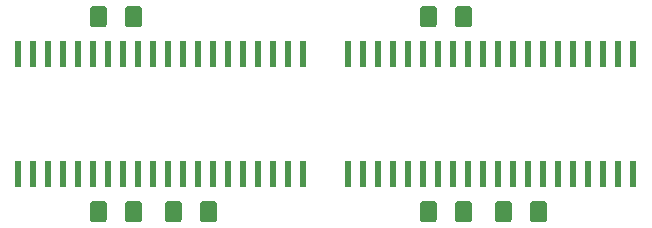
<source format=gtp>
G04 #@! TF.GenerationSoftware,KiCad,Pcbnew,(5.1.2-1)-1*
G04 #@! TF.CreationDate,2019-09-30T22:51:03+01:00*
G04 #@! TF.ProjectId,DRAM Board,4452414d-2042-46f6-9172-642e6b696361,rev?*
G04 #@! TF.SameCoordinates,Original*
G04 #@! TF.FileFunction,Paste,Top*
G04 #@! TF.FilePolarity,Positive*
%FSLAX46Y46*%
G04 Gerber Fmt 4.6, Leading zero omitted, Abs format (unit mm)*
G04 Created by KiCad (PCBNEW (5.1.2-1)-1) date 2019-09-30 22:51:03*
%MOMM*%
%LPD*%
G04 APERTURE LIST*
%ADD10C,0.100000*%
%ADD11C,1.425000*%
%ADD12R,0.500000X2.200000*%
G04 APERTURE END LIST*
D10*
G36*
X191721504Y-48910204D02*
G01*
X191745773Y-48913804D01*
X191769571Y-48919765D01*
X191792671Y-48928030D01*
X191814849Y-48938520D01*
X191835893Y-48951133D01*
X191855598Y-48965747D01*
X191873777Y-48982223D01*
X191890253Y-49000402D01*
X191904867Y-49020107D01*
X191917480Y-49041151D01*
X191927970Y-49063329D01*
X191936235Y-49086429D01*
X191942196Y-49110227D01*
X191945796Y-49134496D01*
X191947000Y-49159000D01*
X191947000Y-50409000D01*
X191945796Y-50433504D01*
X191942196Y-50457773D01*
X191936235Y-50481571D01*
X191927970Y-50504671D01*
X191917480Y-50526849D01*
X191904867Y-50547893D01*
X191890253Y-50567598D01*
X191873777Y-50585777D01*
X191855598Y-50602253D01*
X191835893Y-50616867D01*
X191814849Y-50629480D01*
X191792671Y-50639970D01*
X191769571Y-50648235D01*
X191745773Y-50654196D01*
X191721504Y-50657796D01*
X191697000Y-50659000D01*
X190772000Y-50659000D01*
X190747496Y-50657796D01*
X190723227Y-50654196D01*
X190699429Y-50648235D01*
X190676329Y-50639970D01*
X190654151Y-50629480D01*
X190633107Y-50616867D01*
X190613402Y-50602253D01*
X190595223Y-50585777D01*
X190578747Y-50567598D01*
X190564133Y-50547893D01*
X190551520Y-50526849D01*
X190541030Y-50504671D01*
X190532765Y-50481571D01*
X190526804Y-50457773D01*
X190523204Y-50433504D01*
X190522000Y-50409000D01*
X190522000Y-49159000D01*
X190523204Y-49134496D01*
X190526804Y-49110227D01*
X190532765Y-49086429D01*
X190541030Y-49063329D01*
X190551520Y-49041151D01*
X190564133Y-49020107D01*
X190578747Y-49000402D01*
X190595223Y-48982223D01*
X190613402Y-48965747D01*
X190633107Y-48951133D01*
X190654151Y-48938520D01*
X190676329Y-48928030D01*
X190699429Y-48919765D01*
X190723227Y-48913804D01*
X190747496Y-48910204D01*
X190772000Y-48909000D01*
X191697000Y-48909000D01*
X191721504Y-48910204D01*
X191721504Y-48910204D01*
G37*
D11*
X191234500Y-49784000D03*
D10*
G36*
X194696504Y-48910204D02*
G01*
X194720773Y-48913804D01*
X194744571Y-48919765D01*
X194767671Y-48928030D01*
X194789849Y-48938520D01*
X194810893Y-48951133D01*
X194830598Y-48965747D01*
X194848777Y-48982223D01*
X194865253Y-49000402D01*
X194879867Y-49020107D01*
X194892480Y-49041151D01*
X194902970Y-49063329D01*
X194911235Y-49086429D01*
X194917196Y-49110227D01*
X194920796Y-49134496D01*
X194922000Y-49159000D01*
X194922000Y-50409000D01*
X194920796Y-50433504D01*
X194917196Y-50457773D01*
X194911235Y-50481571D01*
X194902970Y-50504671D01*
X194892480Y-50526849D01*
X194879867Y-50547893D01*
X194865253Y-50567598D01*
X194848777Y-50585777D01*
X194830598Y-50602253D01*
X194810893Y-50616867D01*
X194789849Y-50629480D01*
X194767671Y-50639970D01*
X194744571Y-50648235D01*
X194720773Y-50654196D01*
X194696504Y-50657796D01*
X194672000Y-50659000D01*
X193747000Y-50659000D01*
X193722496Y-50657796D01*
X193698227Y-50654196D01*
X193674429Y-50648235D01*
X193651329Y-50639970D01*
X193629151Y-50629480D01*
X193608107Y-50616867D01*
X193588402Y-50602253D01*
X193570223Y-50585777D01*
X193553747Y-50567598D01*
X193539133Y-50547893D01*
X193526520Y-50526849D01*
X193516030Y-50504671D01*
X193507765Y-50481571D01*
X193501804Y-50457773D01*
X193498204Y-50433504D01*
X193497000Y-50409000D01*
X193497000Y-49159000D01*
X193498204Y-49134496D01*
X193501804Y-49110227D01*
X193507765Y-49086429D01*
X193516030Y-49063329D01*
X193526520Y-49041151D01*
X193539133Y-49020107D01*
X193553747Y-49000402D01*
X193570223Y-48982223D01*
X193588402Y-48965747D01*
X193608107Y-48951133D01*
X193629151Y-48938520D01*
X193651329Y-48928030D01*
X193674429Y-48919765D01*
X193698227Y-48913804D01*
X193722496Y-48910204D01*
X193747000Y-48909000D01*
X194672000Y-48909000D01*
X194696504Y-48910204D01*
X194696504Y-48910204D01*
G37*
D11*
X194209500Y-49784000D03*
D10*
G36*
X198071504Y-48910204D02*
G01*
X198095773Y-48913804D01*
X198119571Y-48919765D01*
X198142671Y-48928030D01*
X198164849Y-48938520D01*
X198185893Y-48951133D01*
X198205598Y-48965747D01*
X198223777Y-48982223D01*
X198240253Y-49000402D01*
X198254867Y-49020107D01*
X198267480Y-49041151D01*
X198277970Y-49063329D01*
X198286235Y-49086429D01*
X198292196Y-49110227D01*
X198295796Y-49134496D01*
X198297000Y-49159000D01*
X198297000Y-50409000D01*
X198295796Y-50433504D01*
X198292196Y-50457773D01*
X198286235Y-50481571D01*
X198277970Y-50504671D01*
X198267480Y-50526849D01*
X198254867Y-50547893D01*
X198240253Y-50567598D01*
X198223777Y-50585777D01*
X198205598Y-50602253D01*
X198185893Y-50616867D01*
X198164849Y-50629480D01*
X198142671Y-50639970D01*
X198119571Y-50648235D01*
X198095773Y-50654196D01*
X198071504Y-50657796D01*
X198047000Y-50659000D01*
X197122000Y-50659000D01*
X197097496Y-50657796D01*
X197073227Y-50654196D01*
X197049429Y-50648235D01*
X197026329Y-50639970D01*
X197004151Y-50629480D01*
X196983107Y-50616867D01*
X196963402Y-50602253D01*
X196945223Y-50585777D01*
X196928747Y-50567598D01*
X196914133Y-50547893D01*
X196901520Y-50526849D01*
X196891030Y-50504671D01*
X196882765Y-50481571D01*
X196876804Y-50457773D01*
X196873204Y-50433504D01*
X196872000Y-50409000D01*
X196872000Y-49159000D01*
X196873204Y-49134496D01*
X196876804Y-49110227D01*
X196882765Y-49086429D01*
X196891030Y-49063329D01*
X196901520Y-49041151D01*
X196914133Y-49020107D01*
X196928747Y-49000402D01*
X196945223Y-48982223D01*
X196963402Y-48965747D01*
X196983107Y-48951133D01*
X197004151Y-48938520D01*
X197026329Y-48928030D01*
X197049429Y-48919765D01*
X197073227Y-48913804D01*
X197097496Y-48910204D01*
X197122000Y-48909000D01*
X198047000Y-48909000D01*
X198071504Y-48910204D01*
X198071504Y-48910204D01*
G37*
D11*
X197584500Y-49784000D03*
D10*
G36*
X201046504Y-48910204D02*
G01*
X201070773Y-48913804D01*
X201094571Y-48919765D01*
X201117671Y-48928030D01*
X201139849Y-48938520D01*
X201160893Y-48951133D01*
X201180598Y-48965747D01*
X201198777Y-48982223D01*
X201215253Y-49000402D01*
X201229867Y-49020107D01*
X201242480Y-49041151D01*
X201252970Y-49063329D01*
X201261235Y-49086429D01*
X201267196Y-49110227D01*
X201270796Y-49134496D01*
X201272000Y-49159000D01*
X201272000Y-50409000D01*
X201270796Y-50433504D01*
X201267196Y-50457773D01*
X201261235Y-50481571D01*
X201252970Y-50504671D01*
X201242480Y-50526849D01*
X201229867Y-50547893D01*
X201215253Y-50567598D01*
X201198777Y-50585777D01*
X201180598Y-50602253D01*
X201160893Y-50616867D01*
X201139849Y-50629480D01*
X201117671Y-50639970D01*
X201094571Y-50648235D01*
X201070773Y-50654196D01*
X201046504Y-50657796D01*
X201022000Y-50659000D01*
X200097000Y-50659000D01*
X200072496Y-50657796D01*
X200048227Y-50654196D01*
X200024429Y-50648235D01*
X200001329Y-50639970D01*
X199979151Y-50629480D01*
X199958107Y-50616867D01*
X199938402Y-50602253D01*
X199920223Y-50585777D01*
X199903747Y-50567598D01*
X199889133Y-50547893D01*
X199876520Y-50526849D01*
X199866030Y-50504671D01*
X199857765Y-50481571D01*
X199851804Y-50457773D01*
X199848204Y-50433504D01*
X199847000Y-50409000D01*
X199847000Y-49159000D01*
X199848204Y-49134496D01*
X199851804Y-49110227D01*
X199857765Y-49086429D01*
X199866030Y-49063329D01*
X199876520Y-49041151D01*
X199889133Y-49020107D01*
X199903747Y-49000402D01*
X199920223Y-48982223D01*
X199938402Y-48965747D01*
X199958107Y-48951133D01*
X199979151Y-48938520D01*
X200001329Y-48928030D01*
X200024429Y-48919765D01*
X200048227Y-48913804D01*
X200072496Y-48910204D01*
X200097000Y-48909000D01*
X201022000Y-48909000D01*
X201046504Y-48910204D01*
X201046504Y-48910204D01*
G37*
D11*
X200559500Y-49784000D03*
D10*
G36*
X191721504Y-32400204D02*
G01*
X191745773Y-32403804D01*
X191769571Y-32409765D01*
X191792671Y-32418030D01*
X191814849Y-32428520D01*
X191835893Y-32441133D01*
X191855598Y-32455747D01*
X191873777Y-32472223D01*
X191890253Y-32490402D01*
X191904867Y-32510107D01*
X191917480Y-32531151D01*
X191927970Y-32553329D01*
X191936235Y-32576429D01*
X191942196Y-32600227D01*
X191945796Y-32624496D01*
X191947000Y-32649000D01*
X191947000Y-33899000D01*
X191945796Y-33923504D01*
X191942196Y-33947773D01*
X191936235Y-33971571D01*
X191927970Y-33994671D01*
X191917480Y-34016849D01*
X191904867Y-34037893D01*
X191890253Y-34057598D01*
X191873777Y-34075777D01*
X191855598Y-34092253D01*
X191835893Y-34106867D01*
X191814849Y-34119480D01*
X191792671Y-34129970D01*
X191769571Y-34138235D01*
X191745773Y-34144196D01*
X191721504Y-34147796D01*
X191697000Y-34149000D01*
X190772000Y-34149000D01*
X190747496Y-34147796D01*
X190723227Y-34144196D01*
X190699429Y-34138235D01*
X190676329Y-34129970D01*
X190654151Y-34119480D01*
X190633107Y-34106867D01*
X190613402Y-34092253D01*
X190595223Y-34075777D01*
X190578747Y-34057598D01*
X190564133Y-34037893D01*
X190551520Y-34016849D01*
X190541030Y-33994671D01*
X190532765Y-33971571D01*
X190526804Y-33947773D01*
X190523204Y-33923504D01*
X190522000Y-33899000D01*
X190522000Y-32649000D01*
X190523204Y-32624496D01*
X190526804Y-32600227D01*
X190532765Y-32576429D01*
X190541030Y-32553329D01*
X190551520Y-32531151D01*
X190564133Y-32510107D01*
X190578747Y-32490402D01*
X190595223Y-32472223D01*
X190613402Y-32455747D01*
X190633107Y-32441133D01*
X190654151Y-32428520D01*
X190676329Y-32418030D01*
X190699429Y-32409765D01*
X190723227Y-32403804D01*
X190747496Y-32400204D01*
X190772000Y-32399000D01*
X191697000Y-32399000D01*
X191721504Y-32400204D01*
X191721504Y-32400204D01*
G37*
D11*
X191234500Y-33274000D03*
D10*
G36*
X194696504Y-32400204D02*
G01*
X194720773Y-32403804D01*
X194744571Y-32409765D01*
X194767671Y-32418030D01*
X194789849Y-32428520D01*
X194810893Y-32441133D01*
X194830598Y-32455747D01*
X194848777Y-32472223D01*
X194865253Y-32490402D01*
X194879867Y-32510107D01*
X194892480Y-32531151D01*
X194902970Y-32553329D01*
X194911235Y-32576429D01*
X194917196Y-32600227D01*
X194920796Y-32624496D01*
X194922000Y-32649000D01*
X194922000Y-33899000D01*
X194920796Y-33923504D01*
X194917196Y-33947773D01*
X194911235Y-33971571D01*
X194902970Y-33994671D01*
X194892480Y-34016849D01*
X194879867Y-34037893D01*
X194865253Y-34057598D01*
X194848777Y-34075777D01*
X194830598Y-34092253D01*
X194810893Y-34106867D01*
X194789849Y-34119480D01*
X194767671Y-34129970D01*
X194744571Y-34138235D01*
X194720773Y-34144196D01*
X194696504Y-34147796D01*
X194672000Y-34149000D01*
X193747000Y-34149000D01*
X193722496Y-34147796D01*
X193698227Y-34144196D01*
X193674429Y-34138235D01*
X193651329Y-34129970D01*
X193629151Y-34119480D01*
X193608107Y-34106867D01*
X193588402Y-34092253D01*
X193570223Y-34075777D01*
X193553747Y-34057598D01*
X193539133Y-34037893D01*
X193526520Y-34016849D01*
X193516030Y-33994671D01*
X193507765Y-33971571D01*
X193501804Y-33947773D01*
X193498204Y-33923504D01*
X193497000Y-33899000D01*
X193497000Y-32649000D01*
X193498204Y-32624496D01*
X193501804Y-32600227D01*
X193507765Y-32576429D01*
X193516030Y-32553329D01*
X193526520Y-32531151D01*
X193539133Y-32510107D01*
X193553747Y-32490402D01*
X193570223Y-32472223D01*
X193588402Y-32455747D01*
X193608107Y-32441133D01*
X193629151Y-32428520D01*
X193651329Y-32418030D01*
X193674429Y-32409765D01*
X193698227Y-32403804D01*
X193722496Y-32400204D01*
X193747000Y-32399000D01*
X194672000Y-32399000D01*
X194696504Y-32400204D01*
X194696504Y-32400204D01*
G37*
D11*
X194209500Y-33274000D03*
D10*
G36*
X222636504Y-48910204D02*
G01*
X222660773Y-48913804D01*
X222684571Y-48919765D01*
X222707671Y-48928030D01*
X222729849Y-48938520D01*
X222750893Y-48951133D01*
X222770598Y-48965747D01*
X222788777Y-48982223D01*
X222805253Y-49000402D01*
X222819867Y-49020107D01*
X222832480Y-49041151D01*
X222842970Y-49063329D01*
X222851235Y-49086429D01*
X222857196Y-49110227D01*
X222860796Y-49134496D01*
X222862000Y-49159000D01*
X222862000Y-50409000D01*
X222860796Y-50433504D01*
X222857196Y-50457773D01*
X222851235Y-50481571D01*
X222842970Y-50504671D01*
X222832480Y-50526849D01*
X222819867Y-50547893D01*
X222805253Y-50567598D01*
X222788777Y-50585777D01*
X222770598Y-50602253D01*
X222750893Y-50616867D01*
X222729849Y-50629480D01*
X222707671Y-50639970D01*
X222684571Y-50648235D01*
X222660773Y-50654196D01*
X222636504Y-50657796D01*
X222612000Y-50659000D01*
X221687000Y-50659000D01*
X221662496Y-50657796D01*
X221638227Y-50654196D01*
X221614429Y-50648235D01*
X221591329Y-50639970D01*
X221569151Y-50629480D01*
X221548107Y-50616867D01*
X221528402Y-50602253D01*
X221510223Y-50585777D01*
X221493747Y-50567598D01*
X221479133Y-50547893D01*
X221466520Y-50526849D01*
X221456030Y-50504671D01*
X221447765Y-50481571D01*
X221441804Y-50457773D01*
X221438204Y-50433504D01*
X221437000Y-50409000D01*
X221437000Y-49159000D01*
X221438204Y-49134496D01*
X221441804Y-49110227D01*
X221447765Y-49086429D01*
X221456030Y-49063329D01*
X221466520Y-49041151D01*
X221479133Y-49020107D01*
X221493747Y-49000402D01*
X221510223Y-48982223D01*
X221528402Y-48965747D01*
X221548107Y-48951133D01*
X221569151Y-48938520D01*
X221591329Y-48928030D01*
X221614429Y-48919765D01*
X221638227Y-48913804D01*
X221662496Y-48910204D01*
X221687000Y-48909000D01*
X222612000Y-48909000D01*
X222636504Y-48910204D01*
X222636504Y-48910204D01*
G37*
D11*
X222149500Y-49784000D03*
D10*
G36*
X219661504Y-48910204D02*
G01*
X219685773Y-48913804D01*
X219709571Y-48919765D01*
X219732671Y-48928030D01*
X219754849Y-48938520D01*
X219775893Y-48951133D01*
X219795598Y-48965747D01*
X219813777Y-48982223D01*
X219830253Y-49000402D01*
X219844867Y-49020107D01*
X219857480Y-49041151D01*
X219867970Y-49063329D01*
X219876235Y-49086429D01*
X219882196Y-49110227D01*
X219885796Y-49134496D01*
X219887000Y-49159000D01*
X219887000Y-50409000D01*
X219885796Y-50433504D01*
X219882196Y-50457773D01*
X219876235Y-50481571D01*
X219867970Y-50504671D01*
X219857480Y-50526849D01*
X219844867Y-50547893D01*
X219830253Y-50567598D01*
X219813777Y-50585777D01*
X219795598Y-50602253D01*
X219775893Y-50616867D01*
X219754849Y-50629480D01*
X219732671Y-50639970D01*
X219709571Y-50648235D01*
X219685773Y-50654196D01*
X219661504Y-50657796D01*
X219637000Y-50659000D01*
X218712000Y-50659000D01*
X218687496Y-50657796D01*
X218663227Y-50654196D01*
X218639429Y-50648235D01*
X218616329Y-50639970D01*
X218594151Y-50629480D01*
X218573107Y-50616867D01*
X218553402Y-50602253D01*
X218535223Y-50585777D01*
X218518747Y-50567598D01*
X218504133Y-50547893D01*
X218491520Y-50526849D01*
X218481030Y-50504671D01*
X218472765Y-50481571D01*
X218466804Y-50457773D01*
X218463204Y-50433504D01*
X218462000Y-50409000D01*
X218462000Y-49159000D01*
X218463204Y-49134496D01*
X218466804Y-49110227D01*
X218472765Y-49086429D01*
X218481030Y-49063329D01*
X218491520Y-49041151D01*
X218504133Y-49020107D01*
X218518747Y-49000402D01*
X218535223Y-48982223D01*
X218553402Y-48965747D01*
X218573107Y-48951133D01*
X218594151Y-48938520D01*
X218616329Y-48928030D01*
X218639429Y-48919765D01*
X218663227Y-48913804D01*
X218687496Y-48910204D01*
X218712000Y-48909000D01*
X219637000Y-48909000D01*
X219661504Y-48910204D01*
X219661504Y-48910204D01*
G37*
D11*
X219174500Y-49784000D03*
D10*
G36*
X228986504Y-48910204D02*
G01*
X229010773Y-48913804D01*
X229034571Y-48919765D01*
X229057671Y-48928030D01*
X229079849Y-48938520D01*
X229100893Y-48951133D01*
X229120598Y-48965747D01*
X229138777Y-48982223D01*
X229155253Y-49000402D01*
X229169867Y-49020107D01*
X229182480Y-49041151D01*
X229192970Y-49063329D01*
X229201235Y-49086429D01*
X229207196Y-49110227D01*
X229210796Y-49134496D01*
X229212000Y-49159000D01*
X229212000Y-50409000D01*
X229210796Y-50433504D01*
X229207196Y-50457773D01*
X229201235Y-50481571D01*
X229192970Y-50504671D01*
X229182480Y-50526849D01*
X229169867Y-50547893D01*
X229155253Y-50567598D01*
X229138777Y-50585777D01*
X229120598Y-50602253D01*
X229100893Y-50616867D01*
X229079849Y-50629480D01*
X229057671Y-50639970D01*
X229034571Y-50648235D01*
X229010773Y-50654196D01*
X228986504Y-50657796D01*
X228962000Y-50659000D01*
X228037000Y-50659000D01*
X228012496Y-50657796D01*
X227988227Y-50654196D01*
X227964429Y-50648235D01*
X227941329Y-50639970D01*
X227919151Y-50629480D01*
X227898107Y-50616867D01*
X227878402Y-50602253D01*
X227860223Y-50585777D01*
X227843747Y-50567598D01*
X227829133Y-50547893D01*
X227816520Y-50526849D01*
X227806030Y-50504671D01*
X227797765Y-50481571D01*
X227791804Y-50457773D01*
X227788204Y-50433504D01*
X227787000Y-50409000D01*
X227787000Y-49159000D01*
X227788204Y-49134496D01*
X227791804Y-49110227D01*
X227797765Y-49086429D01*
X227806030Y-49063329D01*
X227816520Y-49041151D01*
X227829133Y-49020107D01*
X227843747Y-49000402D01*
X227860223Y-48982223D01*
X227878402Y-48965747D01*
X227898107Y-48951133D01*
X227919151Y-48938520D01*
X227941329Y-48928030D01*
X227964429Y-48919765D01*
X227988227Y-48913804D01*
X228012496Y-48910204D01*
X228037000Y-48909000D01*
X228962000Y-48909000D01*
X228986504Y-48910204D01*
X228986504Y-48910204D01*
G37*
D11*
X228499500Y-49784000D03*
D10*
G36*
X226011504Y-48910204D02*
G01*
X226035773Y-48913804D01*
X226059571Y-48919765D01*
X226082671Y-48928030D01*
X226104849Y-48938520D01*
X226125893Y-48951133D01*
X226145598Y-48965747D01*
X226163777Y-48982223D01*
X226180253Y-49000402D01*
X226194867Y-49020107D01*
X226207480Y-49041151D01*
X226217970Y-49063329D01*
X226226235Y-49086429D01*
X226232196Y-49110227D01*
X226235796Y-49134496D01*
X226237000Y-49159000D01*
X226237000Y-50409000D01*
X226235796Y-50433504D01*
X226232196Y-50457773D01*
X226226235Y-50481571D01*
X226217970Y-50504671D01*
X226207480Y-50526849D01*
X226194867Y-50547893D01*
X226180253Y-50567598D01*
X226163777Y-50585777D01*
X226145598Y-50602253D01*
X226125893Y-50616867D01*
X226104849Y-50629480D01*
X226082671Y-50639970D01*
X226059571Y-50648235D01*
X226035773Y-50654196D01*
X226011504Y-50657796D01*
X225987000Y-50659000D01*
X225062000Y-50659000D01*
X225037496Y-50657796D01*
X225013227Y-50654196D01*
X224989429Y-50648235D01*
X224966329Y-50639970D01*
X224944151Y-50629480D01*
X224923107Y-50616867D01*
X224903402Y-50602253D01*
X224885223Y-50585777D01*
X224868747Y-50567598D01*
X224854133Y-50547893D01*
X224841520Y-50526849D01*
X224831030Y-50504671D01*
X224822765Y-50481571D01*
X224816804Y-50457773D01*
X224813204Y-50433504D01*
X224812000Y-50409000D01*
X224812000Y-49159000D01*
X224813204Y-49134496D01*
X224816804Y-49110227D01*
X224822765Y-49086429D01*
X224831030Y-49063329D01*
X224841520Y-49041151D01*
X224854133Y-49020107D01*
X224868747Y-49000402D01*
X224885223Y-48982223D01*
X224903402Y-48965747D01*
X224923107Y-48951133D01*
X224944151Y-48938520D01*
X224966329Y-48928030D01*
X224989429Y-48919765D01*
X225013227Y-48913804D01*
X225037496Y-48910204D01*
X225062000Y-48909000D01*
X225987000Y-48909000D01*
X226011504Y-48910204D01*
X226011504Y-48910204D01*
G37*
D11*
X225524500Y-49784000D03*
D10*
G36*
X222636504Y-32400204D02*
G01*
X222660773Y-32403804D01*
X222684571Y-32409765D01*
X222707671Y-32418030D01*
X222729849Y-32428520D01*
X222750893Y-32441133D01*
X222770598Y-32455747D01*
X222788777Y-32472223D01*
X222805253Y-32490402D01*
X222819867Y-32510107D01*
X222832480Y-32531151D01*
X222842970Y-32553329D01*
X222851235Y-32576429D01*
X222857196Y-32600227D01*
X222860796Y-32624496D01*
X222862000Y-32649000D01*
X222862000Y-33899000D01*
X222860796Y-33923504D01*
X222857196Y-33947773D01*
X222851235Y-33971571D01*
X222842970Y-33994671D01*
X222832480Y-34016849D01*
X222819867Y-34037893D01*
X222805253Y-34057598D01*
X222788777Y-34075777D01*
X222770598Y-34092253D01*
X222750893Y-34106867D01*
X222729849Y-34119480D01*
X222707671Y-34129970D01*
X222684571Y-34138235D01*
X222660773Y-34144196D01*
X222636504Y-34147796D01*
X222612000Y-34149000D01*
X221687000Y-34149000D01*
X221662496Y-34147796D01*
X221638227Y-34144196D01*
X221614429Y-34138235D01*
X221591329Y-34129970D01*
X221569151Y-34119480D01*
X221548107Y-34106867D01*
X221528402Y-34092253D01*
X221510223Y-34075777D01*
X221493747Y-34057598D01*
X221479133Y-34037893D01*
X221466520Y-34016849D01*
X221456030Y-33994671D01*
X221447765Y-33971571D01*
X221441804Y-33947773D01*
X221438204Y-33923504D01*
X221437000Y-33899000D01*
X221437000Y-32649000D01*
X221438204Y-32624496D01*
X221441804Y-32600227D01*
X221447765Y-32576429D01*
X221456030Y-32553329D01*
X221466520Y-32531151D01*
X221479133Y-32510107D01*
X221493747Y-32490402D01*
X221510223Y-32472223D01*
X221528402Y-32455747D01*
X221548107Y-32441133D01*
X221569151Y-32428520D01*
X221591329Y-32418030D01*
X221614429Y-32409765D01*
X221638227Y-32403804D01*
X221662496Y-32400204D01*
X221687000Y-32399000D01*
X222612000Y-32399000D01*
X222636504Y-32400204D01*
X222636504Y-32400204D01*
G37*
D11*
X222149500Y-33274000D03*
D10*
G36*
X219661504Y-32400204D02*
G01*
X219685773Y-32403804D01*
X219709571Y-32409765D01*
X219732671Y-32418030D01*
X219754849Y-32428520D01*
X219775893Y-32441133D01*
X219795598Y-32455747D01*
X219813777Y-32472223D01*
X219830253Y-32490402D01*
X219844867Y-32510107D01*
X219857480Y-32531151D01*
X219867970Y-32553329D01*
X219876235Y-32576429D01*
X219882196Y-32600227D01*
X219885796Y-32624496D01*
X219887000Y-32649000D01*
X219887000Y-33899000D01*
X219885796Y-33923504D01*
X219882196Y-33947773D01*
X219876235Y-33971571D01*
X219867970Y-33994671D01*
X219857480Y-34016849D01*
X219844867Y-34037893D01*
X219830253Y-34057598D01*
X219813777Y-34075777D01*
X219795598Y-34092253D01*
X219775893Y-34106867D01*
X219754849Y-34119480D01*
X219732671Y-34129970D01*
X219709571Y-34138235D01*
X219685773Y-34144196D01*
X219661504Y-34147796D01*
X219637000Y-34149000D01*
X218712000Y-34149000D01*
X218687496Y-34147796D01*
X218663227Y-34144196D01*
X218639429Y-34138235D01*
X218616329Y-34129970D01*
X218594151Y-34119480D01*
X218573107Y-34106867D01*
X218553402Y-34092253D01*
X218535223Y-34075777D01*
X218518747Y-34057598D01*
X218504133Y-34037893D01*
X218491520Y-34016849D01*
X218481030Y-33994671D01*
X218472765Y-33971571D01*
X218466804Y-33947773D01*
X218463204Y-33923504D01*
X218462000Y-33899000D01*
X218462000Y-32649000D01*
X218463204Y-32624496D01*
X218466804Y-32600227D01*
X218472765Y-32576429D01*
X218481030Y-32553329D01*
X218491520Y-32531151D01*
X218504133Y-32510107D01*
X218518747Y-32490402D01*
X218535223Y-32472223D01*
X218553402Y-32455747D01*
X218573107Y-32441133D01*
X218594151Y-32428520D01*
X218616329Y-32418030D01*
X218639429Y-32409765D01*
X218663227Y-32403804D01*
X218687496Y-32400204D01*
X218712000Y-32399000D01*
X219637000Y-32399000D01*
X219661504Y-32400204D01*
X219661504Y-32400204D01*
G37*
D11*
X219174500Y-33274000D03*
D12*
X184467000Y-36449000D03*
X184467000Y-46609000D03*
X185737000Y-36449000D03*
X185737000Y-46609000D03*
X187007000Y-36449000D03*
X187007000Y-46609000D03*
X188277000Y-36449000D03*
X188277000Y-46609000D03*
X189547000Y-36449000D03*
X189547000Y-46609000D03*
X190817000Y-36449000D03*
X190817000Y-46609000D03*
X192087000Y-36449000D03*
X192087000Y-46609000D03*
X193357000Y-36449000D03*
X193357000Y-46609000D03*
X194627000Y-36449000D03*
X194627000Y-46609000D03*
X195897000Y-36449000D03*
X195897000Y-46609000D03*
X197167000Y-36449000D03*
X197167000Y-46609000D03*
X198437000Y-36449000D03*
X198437000Y-46609000D03*
X199707000Y-36449000D03*
X199707000Y-46609000D03*
X200977000Y-36449000D03*
X200977000Y-46609000D03*
X202247000Y-36449000D03*
X202247000Y-46609000D03*
X203517000Y-36449000D03*
X203517000Y-46609000D03*
X204787000Y-36449000D03*
X204787000Y-46609000D03*
X206057000Y-36449000D03*
X206057000Y-46609000D03*
X207327000Y-36449000D03*
X207327000Y-46609000D03*
X208597000Y-36449000D03*
X208597000Y-46609000D03*
X236537000Y-46609000D03*
X236537000Y-36449000D03*
X235267000Y-46609000D03*
X235267000Y-36449000D03*
X233997000Y-46609000D03*
X233997000Y-36449000D03*
X232727000Y-46609000D03*
X232727000Y-36449000D03*
X231457000Y-46609000D03*
X231457000Y-36449000D03*
X230187000Y-46609000D03*
X230187000Y-36449000D03*
X228917000Y-46609000D03*
X228917000Y-36449000D03*
X227647000Y-46609000D03*
X227647000Y-36449000D03*
X226377000Y-46609000D03*
X226377000Y-36449000D03*
X225107000Y-46609000D03*
X225107000Y-36449000D03*
X223837000Y-46609000D03*
X223837000Y-36449000D03*
X222567000Y-46609000D03*
X222567000Y-36449000D03*
X221297000Y-46609000D03*
X221297000Y-36449000D03*
X220027000Y-46609000D03*
X220027000Y-36449000D03*
X218757000Y-46609000D03*
X218757000Y-36449000D03*
X217487000Y-46609000D03*
X217487000Y-36449000D03*
X216217000Y-46609000D03*
X216217000Y-36449000D03*
X214947000Y-46609000D03*
X214947000Y-36449000D03*
X213677000Y-46609000D03*
X213677000Y-36449000D03*
X212407000Y-46609000D03*
X212407000Y-36449000D03*
M02*

</source>
